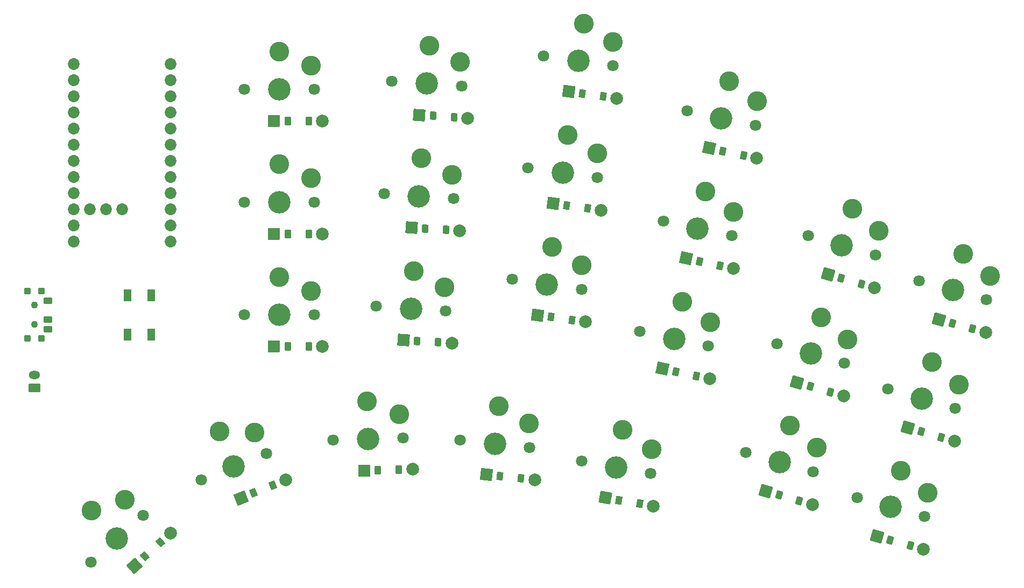
<source format=gbr>
%TF.GenerationSoftware,KiCad,Pcbnew,8.0.4*%
%TF.CreationDate,2024-08-02T13:19:55+01:00*%
%TF.ProjectId,right,72696768-742e-46b6-9963-61645f706362,v1.0.0*%
%TF.SameCoordinates,Original*%
%TF.FileFunction,Soldermask,Top*%
%TF.FilePolarity,Negative*%
%FSLAX46Y46*%
G04 Gerber Fmt 4.6, Leading zero omitted, Abs format (unit mm)*
G04 Created by KiCad (PCBNEW 8.0.4) date 2024-08-02 13:19:55*
%MOMM*%
%LPD*%
G01*
G04 APERTURE LIST*
G04 Aperture macros list*
%AMRoundRect*
0 Rectangle with rounded corners*
0 $1 Rounding radius*
0 $2 $3 $4 $5 $6 $7 $8 $9 X,Y pos of 4 corners*
0 Add a 4 corners polygon primitive as box body*
4,1,4,$2,$3,$4,$5,$6,$7,$8,$9,$2,$3,0*
0 Add four circle primitives for the rounded corners*
1,1,$1+$1,$2,$3*
1,1,$1+$1,$4,$5*
1,1,$1+$1,$6,$7*
1,1,$1+$1,$8,$9*
0 Add four rect primitives between the rounded corners*
20,1,$1+$1,$2,$3,$4,$5,0*
20,1,$1+$1,$4,$5,$6,$7,0*
20,1,$1+$1,$6,$7,$8,$9,0*
20,1,$1+$1,$8,$9,$2,$3,0*%
G04 Aperture macros list end*
%ADD10C,3.100000*%
%ADD11C,1.801800*%
%ADD12C,3.529000*%
%ADD13C,2.005000*%
%ADD14RoundRect,0.050000X-1.099603X-0.609520X0.609520X-1.099603X1.099603X0.609520X-0.609520X1.099603X0*%
%ADD15RoundRect,0.050000X-0.597950X-0.452720X0.267185X-0.700794X0.597950X0.452720X-0.267185X0.700794X0*%
%ADD16RoundRect,0.050000X-1.054407X-0.684740X0.684740X-1.054407X1.054407X0.684740X-0.684740X1.054407X0*%
%ADD17RoundRect,0.050000X-0.564913X-0.493328X0.315419X-0.680449X0.564913X0.493328X-0.315419X0.680449X0*%
%ADD18RoundRect,0.050000X-1.004073X-0.756623X0.756623X-1.004073X1.004073X0.756623X-0.756623X1.004073X0*%
%ADD19RoundRect,0.050000X-0.529124X-0.531533X0.362117X-0.656789X0.529124X0.531533X-0.362117X0.656789X0*%
%ADD20RoundRect,0.050000X-0.948848X-0.824821X0.824821X-0.948848X0.948848X0.824821X-0.824821X0.948848X0*%
%ADD21RoundRect,0.050000X-0.490758X-0.567148X0.407050X-0.629929X0.490758X0.567148X-0.407050X0.629929X0*%
%ADD22RoundRect,0.050000X-0.889000X-0.889000X0.889000X-0.889000X0.889000X0.889000X-0.889000X0.889000X0*%
%ADD23RoundRect,0.050000X-0.450000X-0.600000X0.450000X-0.600000X0.450000X0.600000X-0.450000X0.600000X0*%
%ADD24RoundRect,0.050000X-1.029867X-0.721121X0.721121X-1.029867X1.029867X0.721121X-0.721121X1.029867X0*%
%ADD25RoundRect,0.050000X-0.547352X-0.512743X0.338975X-0.669026X0.547352X0.512743X-0.338975X0.669026X0*%
%ADD26RoundRect,0.050000X-0.977056X-0.791204X0.791204X-0.977056X0.977056X0.791204X-0.791204X0.977056X0*%
%ADD27RoundRect,0.050000X-0.510252X-0.549675X0.384818X-0.643751X0.510252X0.549675X-0.384818X0.643751X0*%
%ADD28RoundRect,0.050000X-0.857433X-0.919484X0.919484X-0.857433X0.857433X0.919484X-0.919484X0.857433X0*%
%ADD29RoundRect,0.050000X-0.428786X-0.615339X0.470666X-0.583930X0.428786X0.615339X-0.470666X0.583930X0*%
%ADD30RoundRect,0.050000X-0.491241X-1.157292X1.157292X-0.491241X0.491241X1.157292X-1.157292X0.491241X0*%
%ADD31RoundRect,0.050000X-0.192469X-0.724883X0.641997X-0.387737X0.192469X0.724883X-0.641997X0.387737X0*%
%ADD32RoundRect,0.050000X-0.065799X-1.255513X1.255513X-0.065799X0.065799X1.255513X-1.255513X0.065799X0*%
%ADD33RoundRect,0.050000X0.067063X-0.746996X0.735894X-0.144778X-0.067063X0.746996X-0.735894X0.144778X0*%
%ADD34C,1.852600*%
%ADD35O,1.800000X1.300000*%
%ADD36RoundRect,0.050000X0.850000X-0.600000X0.850000X0.600000X-0.850000X0.600000X-0.850000X-0.600000X0*%
%ADD37RoundRect,0.050000X0.550000X-0.900000X0.550000X0.900000X-0.550000X0.900000X-0.550000X-0.900000X0*%
%ADD38RoundRect,0.050000X0.450000X-0.450000X0.450000X0.450000X-0.450000X0.450000X-0.450000X-0.450000X0*%
%ADD39RoundRect,0.050000X0.625000X-0.450000X0.625000X0.450000X-0.625000X0.450000X-0.625000X-0.450000X0*%
%ADD40C,1.100000*%
G04 APERTURE END LIST*
D10*
%TO.C,S1*%
X282802684Y-156942204D03*
X287002589Y-160435165D03*
D11*
X275875700Y-161145706D03*
X286449582Y-164177714D03*
D12*
X281162641Y-162661710D03*
%TD*%
D10*
%TO.C,S2*%
X287695247Y-139879804D03*
X291895152Y-143372765D03*
D11*
X280768263Y-144083306D03*
X291342145Y-147115314D03*
D12*
X286055204Y-145599310D03*
%TD*%
D10*
%TO.C,S3*%
X292587808Y-122817411D03*
X296787713Y-126310372D03*
D11*
X285660824Y-127020913D03*
X296234706Y-130052921D03*
D12*
X290947765Y-128536917D03*
%TD*%
D10*
%TO.C,S4*%
X265330298Y-149851478D03*
X269530203Y-153344439D03*
D11*
X258403314Y-154054980D03*
X268977196Y-157086988D03*
D12*
X263690255Y-155570984D03*
%TD*%
D10*
%TO.C,S5*%
X270222868Y-132789083D03*
X274422773Y-136282044D03*
D11*
X263295884Y-136992585D03*
X273869766Y-140024593D03*
D12*
X268582825Y-138508589D03*
%TD*%
D10*
%TO.C,S6*%
X275115430Y-115726688D03*
X279315335Y-119219649D03*
D11*
X268188446Y-119930190D03*
X278762328Y-122962198D03*
D12*
X273475387Y-121446194D03*
%TD*%
D10*
%TO.C,S7*%
X248346680Y-130356027D03*
X252780010Y-133547509D03*
D11*
X241729794Y-135032494D03*
X252489416Y-137319516D03*
D12*
X247109605Y-136176005D03*
%TD*%
D10*
%TO.C,S8*%
X252037120Y-112993909D03*
X256470450Y-116185391D03*
D11*
X245420234Y-117670376D03*
X256179856Y-119957398D03*
D12*
X250800045Y-118813887D03*
%TD*%
D10*
%TO.C,S9*%
X255727554Y-95631789D03*
X260160884Y-98823271D03*
D11*
X249110668Y-100308256D03*
X259870290Y-102595278D03*
D12*
X254490479Y-101451767D03*
%TD*%
D10*
%TO.C,S10*%
X227920897Y-121724665D03*
X232566057Y-124599116D03*
D11*
X221646343Y-126851311D03*
X232539291Y-128382209D03*
D12*
X227092817Y-127616760D03*
%TD*%
D10*
%TO.C,S11*%
X230391219Y-104147418D03*
X235036379Y-107021869D03*
D11*
X224116665Y-109274064D03*
X235009613Y-110804962D03*
D12*
X229563139Y-110039513D03*
%TD*%
D10*
%TO.C,S12*%
X232861542Y-86570155D03*
X237506702Y-89444606D03*
D11*
X226586988Y-91696801D03*
X237479936Y-93227699D03*
D12*
X232033462Y-92462250D03*
%TD*%
D10*
%TO.C,S13*%
X206106033Y-125505079D03*
X210940391Y-128048501D03*
D11*
X200204379Y-131056925D03*
X211177585Y-131824245D03*
D12*
X205690982Y-131440585D03*
%TD*%
D10*
%TO.C,S14*%
X207344206Y-107798309D03*
X212178564Y-110341731D03*
D11*
X201442552Y-113350155D03*
X212415758Y-114117475D03*
D12*
X206929155Y-113733815D03*
%TD*%
D10*
%TO.C,S15*%
X208582389Y-90091550D03*
X213416747Y-92634972D03*
D11*
X202680735Y-95643396D03*
X213653941Y-96410716D03*
D12*
X208167338Y-96027056D03*
%TD*%
D10*
%TO.C,S16*%
X184968981Y-126461398D03*
X189968981Y-128661397D03*
D11*
X179468980Y-132411400D03*
X190468978Y-132411396D03*
D12*
X184968979Y-132411398D03*
%TD*%
D10*
%TO.C,S17*%
X184968980Y-108711387D03*
X189968980Y-110911386D03*
D11*
X179468979Y-114661389D03*
X190468977Y-114661385D03*
D12*
X184968978Y-114661387D03*
%TD*%
D10*
%TO.C,S18*%
X184968982Y-90961394D03*
X189968982Y-93161393D03*
D11*
X179468981Y-96911396D03*
X190468979Y-96911392D03*
D12*
X184968980Y-96911394D03*
%TD*%
D10*
%TO.C,S19*%
X239002184Y-150551792D03*
X243544197Y-153586608D03*
D11*
X232552535Y-155456336D03*
X243385419Y-157366460D03*
D12*
X237968977Y-156411398D03*
%TD*%
D10*
%TO.C,S20*%
X219520797Y-146778214D03*
X224263446Y-149488803D03*
D11*
X213428981Y-152120714D03*
X224368725Y-153270524D03*
D12*
X218898853Y-152695619D03*
%TD*%
D10*
%TO.C,S21*%
X198745247Y-146000374D03*
X203818979Y-148024533D03*
D11*
X193456249Y-152138699D03*
X204449545Y-151754799D03*
D12*
X198952897Y-151946749D03*
%TD*%
D10*
%TO.C,S22*%
X175577908Y-150791591D03*
X181037961Y-150958361D03*
D11*
X172707306Y-158368672D03*
X182906330Y-154247996D03*
D12*
X177806818Y-156308334D03*
%TD*%
D10*
%TO.C,S23*%
X155446431Y-163217564D03*
X160634243Y-161506829D03*
D11*
X155340458Y-171319493D03*
X163515058Y-163959057D03*
D12*
X159427758Y-167639275D03*
%TD*%
D13*
%TO.C,D1*%
X286330647Y-169345110D03*
D14*
X279005835Y-167244754D03*
D15*
X284254322Y-168749734D03*
X281082160Y-167840130D03*
%TD*%
D13*
%TO.C,D2*%
X291223208Y-152282710D03*
D14*
X283898396Y-150182354D03*
D15*
X289146883Y-151687334D03*
X285974721Y-150777730D03*
%TD*%
D13*
%TO.C,D3*%
X296115771Y-135220315D03*
D14*
X288790959Y-133119959D03*
D15*
X294039446Y-134624939D03*
X290867284Y-133715335D03*
%TD*%
D13*
%TO.C,D4*%
X268858260Y-162254382D03*
D14*
X261533448Y-160154026D03*
D15*
X266781935Y-161659006D03*
X263609773Y-160749402D03*
%TD*%
D13*
%TO.C,D5*%
X273750824Y-145191986D03*
D14*
X266426012Y-143091630D03*
D15*
X271674499Y-144596610D03*
X268502337Y-143687006D03*
%TD*%
D13*
%TO.C,D6*%
X278643387Y-128129589D03*
D14*
X271318575Y-126029233D03*
D15*
X276567062Y-127534213D03*
X273394900Y-126624609D03*
%TD*%
D13*
%TO.C,D7*%
X252731236Y-142482626D03*
D16*
X245277752Y-140898340D03*
D17*
X250618437Y-142033538D03*
X247390551Y-141347428D03*
%TD*%
D13*
%TO.C,D8*%
X256421667Y-125120506D03*
D16*
X248968183Y-123536220D03*
D17*
X254308868Y-124671418D03*
X251080982Y-123985308D03*
%TD*%
D13*
%TO.C,D9*%
X260112101Y-107758378D03*
D16*
X252658617Y-106174092D03*
D17*
X257999302Y-107309290D03*
X254771416Y-106623180D03*
%TD*%
D13*
%TO.C,D10*%
X233140678Y-133515872D03*
D18*
X225594834Y-132455378D03*
D19*
X231001698Y-133215261D03*
X227733814Y-132755989D03*
%TD*%
D13*
%TO.C,D11*%
X235611005Y-115938616D03*
D18*
X228065161Y-114878122D03*
D19*
X233472025Y-115638005D03*
X230204141Y-115178733D03*
%TD*%
D13*
%TO.C,D12*%
X238081324Y-98361354D03*
D18*
X230535480Y-97300860D03*
D19*
X235942344Y-98060743D03*
X232674460Y-97601471D03*
%TD*%
D13*
%TO.C,D13*%
X212135606Y-136903440D03*
D20*
X204534168Y-136371898D03*
D21*
X209980868Y-136752769D03*
X206688906Y-136522569D03*
%TD*%
D13*
%TO.C,D14*%
X213373788Y-119196678D03*
D20*
X205772350Y-118665136D03*
D21*
X211219050Y-119046007D03*
X207927088Y-118815807D03*
%TD*%
D13*
%TO.C,D15*%
X214611962Y-101489917D03*
D20*
X207010524Y-100958375D03*
D21*
X212457224Y-101339246D03*
X209165262Y-101109046D03*
%TD*%
D13*
%TO.C,D16*%
X191778976Y-137411394D03*
D22*
X184158976Y-137411392D03*
D23*
X189618978Y-137411394D03*
X186318974Y-137411392D03*
%TD*%
D13*
%TO.C,D17*%
X191778973Y-119661395D03*
D22*
X184158973Y-119661393D03*
D23*
X189618975Y-119661395D03*
X186318971Y-119661393D03*
%TD*%
D13*
%TO.C,D18*%
X191778974Y-101911395D03*
D22*
X184158974Y-101911393D03*
D23*
X189618976Y-101911395D03*
X186318972Y-101911393D03*
%TD*%
D13*
%TO.C,D19*%
X243807277Y-162517978D03*
D24*
X236303043Y-161194780D03*
D25*
X241680092Y-162142899D03*
X238430228Y-161569859D03*
%TD*%
D13*
%TO.C,D20*%
X225148910Y-158380068D03*
D26*
X217570652Y-157583564D03*
D27*
X223000742Y-158154290D03*
X219718820Y-157809342D03*
%TD*%
D13*
%TO.C,D21*%
X205933246Y-156706032D03*
D28*
X198317886Y-156971968D03*
D29*
X203774563Y-156781417D03*
X200476569Y-156896583D03*
%TD*%
D13*
%TO.C,D22*%
X185993972Y-158393183D03*
D30*
X178928830Y-161247685D03*
D31*
X183991253Y-159202338D03*
X180931549Y-160438530D03*
%TD*%
D13*
%TO.C,D23*%
X167834222Y-166798220D03*
D32*
X162171458Y-171896990D03*
D33*
X166229028Y-168243538D03*
X163776652Y-170451672D03*
%TD*%
D34*
%TO.C,MCU1*%
X160218973Y-115801399D03*
X157678970Y-115801397D03*
X155138976Y-115801399D03*
X167838973Y-92941397D03*
X167838973Y-95481398D03*
X167838974Y-98021399D03*
X167838973Y-100561398D03*
X167838973Y-103101397D03*
X167838973Y-105641399D03*
X167838975Y-108181399D03*
X167838973Y-110721396D03*
X167838974Y-113261397D03*
X167838974Y-115801398D03*
X167838974Y-118341400D03*
X167838975Y-120881395D03*
X152598975Y-120881399D03*
X152598975Y-118341398D03*
X152598974Y-115801397D03*
X152598975Y-113261398D03*
X152598975Y-110721399D03*
X152598975Y-108181397D03*
X152598973Y-105641397D03*
X152598975Y-103101400D03*
X152598974Y-100561399D03*
X152598974Y-98021398D03*
X152598974Y-95481396D03*
X152598973Y-92941401D03*
%TD*%
D35*
%TO.C,JST1*%
X146468978Y-141911395D03*
D36*
X146468972Y-143911395D03*
%TD*%
D37*
%TO.C,B1*%
X164818981Y-129311396D03*
X164818982Y-135511392D03*
X161118982Y-129311400D03*
X161118983Y-135511396D03*
%TD*%
D38*
%TO.C,T1*%
X145368975Y-136111395D03*
X147568975Y-136111393D03*
X147568975Y-128711395D03*
X145368975Y-128711397D03*
D39*
X148543971Y-134661394D03*
X148543974Y-133161394D03*
X148543975Y-130161395D03*
D40*
X146468976Y-133911395D03*
X146468974Y-130911395D03*
%TD*%
M02*

</source>
